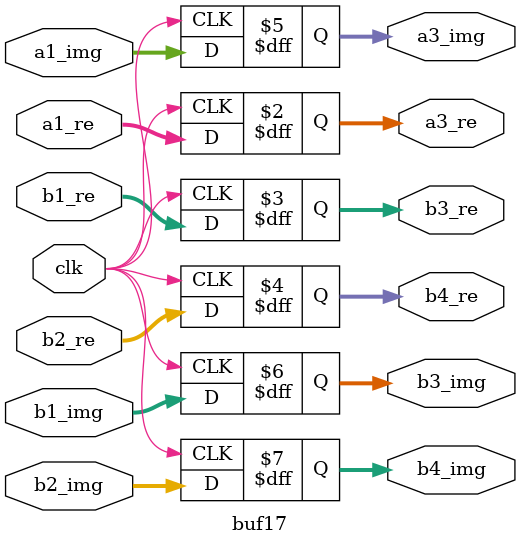
<source format=v>
`timescale 1ns / 1ps
module buf17(
    input [31:0] a1_re,
    input [31:0] b1_re,
	 input [31:0] b2_re,
    input [31:0] a1_img,
    input [31:0] b1_img,
	 input [31:0] b2_img,
    output reg [31:0] a3_re,
    output reg [31:0] b3_re,
	 output reg [31:0] b4_re,
    output reg [31:0] a3_img,
    output reg [31:0] b3_img,
	 output reg [31:0] b4_img,
    input clk
    );
always @(posedge clk) begin
a3_re<=a1_re;
a3_img<=a1_img;
b3_re<=b1_re;
b3_img<=b1_img;
b4_re<=b2_re;
b4_img<=b2_img;
end
endmodule

</source>
